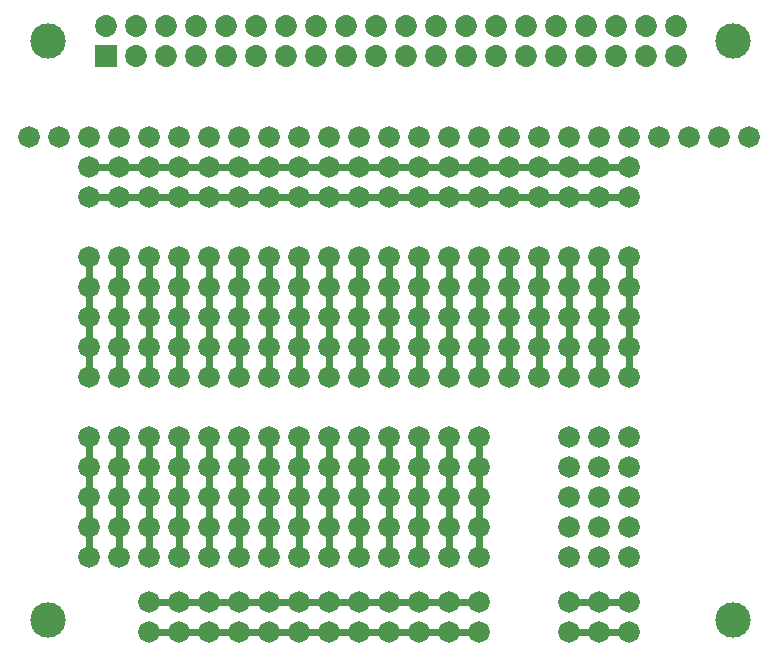
<source format=gbs>
G75*
%MOIN*%
%OFA0B0*%
%FSLAX24Y24*%
%IPPOS*%
%LPD*%
%AMOC8*
5,1,8,0,0,1.08239X$1,22.5*
%
%ADD10C,0.1182*%
%ADD11C,0.0240*%
%ADD12C,0.0730*%
%ADD13R,0.0730X0.0730*%
%ADD14C,0.0720*%
D10*
X001528Y001528D03*
X001528Y020819D03*
X024363Y020819D03*
X024363Y001528D03*
D11*
X020900Y001150D02*
X018900Y001150D01*
X018900Y002150D02*
X020900Y002150D01*
X015900Y002150D02*
X004900Y002150D01*
X004900Y001150D02*
X015900Y001150D01*
X015900Y003650D02*
X015900Y007650D01*
X014900Y007650D02*
X014900Y003650D01*
X013900Y003650D02*
X013900Y007650D01*
X012900Y007650D02*
X012900Y003650D01*
X011900Y003650D02*
X011900Y007650D01*
X010900Y007650D02*
X010900Y003650D01*
X009900Y003650D02*
X009900Y007650D01*
X008900Y007650D02*
X008900Y003650D01*
X007900Y003650D02*
X007900Y007650D01*
X006900Y007650D02*
X006900Y003650D01*
X005900Y003650D02*
X005900Y007650D01*
X004900Y007650D02*
X004900Y003650D01*
X003900Y003650D02*
X003900Y007650D01*
X002900Y007650D02*
X002900Y003650D01*
X002900Y009650D02*
X002900Y013650D01*
X003900Y013650D02*
X003900Y009650D01*
X004900Y009650D02*
X004900Y013650D01*
X005900Y013650D02*
X005900Y009650D01*
X006900Y009650D02*
X006900Y013650D01*
X007900Y013650D02*
X007900Y009650D01*
X008900Y009650D02*
X008900Y013650D01*
X009900Y013650D02*
X009900Y009650D01*
X010900Y009650D02*
X010900Y013650D01*
X011900Y013650D02*
X011900Y009650D01*
X012900Y009650D02*
X012900Y013650D01*
X013900Y013650D02*
X013900Y009650D01*
X014900Y009650D02*
X014900Y013650D01*
X015900Y013650D02*
X015900Y009650D01*
X016900Y009650D02*
X016900Y013650D01*
X017900Y013650D02*
X017900Y009650D01*
X018900Y009650D02*
X018900Y013650D01*
X019900Y013650D02*
X019900Y009650D01*
X020900Y009650D02*
X020900Y013650D01*
X020900Y015650D02*
X002900Y015650D01*
X002900Y016650D02*
X020900Y016650D01*
D12*
X020445Y020319D03*
X019445Y020319D03*
X018445Y020319D03*
X017445Y020319D03*
X016445Y020319D03*
X015445Y020319D03*
X014445Y020319D03*
X013445Y020319D03*
X012445Y020319D03*
X011445Y020319D03*
X010445Y020319D03*
X009445Y020319D03*
X008445Y020319D03*
X007445Y020319D03*
X006445Y020319D03*
X005445Y020319D03*
X004445Y020319D03*
X004445Y021319D03*
X003445Y021319D03*
X005445Y021319D03*
X006445Y021319D03*
X007445Y021319D03*
X008445Y021319D03*
X009445Y021319D03*
X010445Y021319D03*
X011445Y021319D03*
X012445Y021319D03*
X013445Y021319D03*
X014445Y021319D03*
X015445Y021319D03*
X016445Y021319D03*
X017445Y021319D03*
X018445Y021319D03*
X019445Y021319D03*
X020445Y021319D03*
X021445Y021319D03*
X022445Y021319D03*
X022445Y020319D03*
X021445Y020319D03*
D13*
X003445Y020319D03*
D14*
X003900Y017650D03*
X004900Y017650D03*
X004900Y016650D03*
X003900Y016650D03*
X003900Y015650D03*
X004900Y015650D03*
X005900Y015650D03*
X005900Y016650D03*
X005900Y017650D03*
X006900Y017650D03*
X006900Y016650D03*
X006900Y015650D03*
X007900Y015650D03*
X007900Y016650D03*
X007900Y017650D03*
X008900Y017650D03*
X008900Y016650D03*
X008900Y015650D03*
X009900Y015650D03*
X009900Y016650D03*
X009900Y017650D03*
X010900Y017650D03*
X011900Y017650D03*
X011900Y016650D03*
X010900Y016650D03*
X010900Y015650D03*
X011900Y015650D03*
X012900Y015650D03*
X012900Y016650D03*
X012900Y017650D03*
X013900Y017650D03*
X013900Y016650D03*
X013900Y015650D03*
X014900Y015650D03*
X014900Y016650D03*
X014900Y017650D03*
X015900Y017650D03*
X015900Y016650D03*
X015900Y015650D03*
X016900Y015650D03*
X016900Y016650D03*
X016900Y017650D03*
X017900Y017650D03*
X018900Y017650D03*
X018900Y016650D03*
X017900Y016650D03*
X017900Y015650D03*
X018900Y015650D03*
X019900Y015650D03*
X019900Y016650D03*
X019900Y017650D03*
X020900Y017650D03*
X020900Y016650D03*
X020900Y015650D03*
X021900Y017650D03*
X022900Y017650D03*
X023900Y017650D03*
X024900Y017650D03*
X020900Y013650D03*
X019900Y013650D03*
X018900Y013650D03*
X017900Y013650D03*
X016900Y013650D03*
X015900Y013650D03*
X014900Y013650D03*
X013900Y013650D03*
X012900Y013650D03*
X011900Y013650D03*
X010900Y013650D03*
X009900Y013650D03*
X008900Y013650D03*
X007900Y013650D03*
X006900Y013650D03*
X005900Y013650D03*
X004900Y013650D03*
X003900Y013650D03*
X002900Y013650D03*
X002900Y012650D03*
X002900Y011650D03*
X003900Y011650D03*
X004900Y011650D03*
X004900Y012650D03*
X003900Y012650D03*
X005900Y012650D03*
X005900Y011650D03*
X006900Y011650D03*
X006900Y012650D03*
X007900Y012650D03*
X007900Y011650D03*
X008900Y011650D03*
X008900Y012650D03*
X009900Y012650D03*
X009900Y011650D03*
X010900Y011650D03*
X011900Y011650D03*
X011900Y012650D03*
X010900Y012650D03*
X012900Y012650D03*
X012900Y011650D03*
X013900Y011650D03*
X013900Y012650D03*
X014900Y012650D03*
X014900Y011650D03*
X015900Y011650D03*
X015900Y012650D03*
X016900Y012650D03*
X016900Y011650D03*
X017900Y011650D03*
X018900Y011650D03*
X018900Y012650D03*
X017900Y012650D03*
X019900Y012650D03*
X019900Y011650D03*
X020900Y011650D03*
X020900Y012650D03*
X020900Y010650D03*
X020900Y009650D03*
X019900Y009650D03*
X019900Y010650D03*
X018900Y010650D03*
X017900Y010650D03*
X017900Y009650D03*
X018900Y009650D03*
X016900Y009650D03*
X016900Y010650D03*
X015900Y010650D03*
X015900Y009650D03*
X014900Y009650D03*
X014900Y010650D03*
X013900Y010650D03*
X013900Y009650D03*
X012900Y009650D03*
X012900Y010650D03*
X011900Y010650D03*
X010900Y010650D03*
X010900Y009650D03*
X011900Y009650D03*
X009900Y009650D03*
X009900Y010650D03*
X008900Y010650D03*
X008900Y009650D03*
X007900Y009650D03*
X007900Y010650D03*
X006900Y010650D03*
X006900Y009650D03*
X005900Y009650D03*
X005900Y010650D03*
X004900Y010650D03*
X003900Y010650D03*
X003900Y009650D03*
X004900Y009650D03*
X002900Y009650D03*
X002900Y010650D03*
X002900Y007650D03*
X003900Y007650D03*
X004900Y007650D03*
X005900Y007650D03*
X006900Y007650D03*
X007900Y007650D03*
X008900Y007650D03*
X009900Y007650D03*
X010900Y007650D03*
X011900Y007650D03*
X012900Y007650D03*
X013900Y007650D03*
X014900Y007650D03*
X015900Y007650D03*
X015900Y006650D03*
X015900Y005650D03*
X014900Y005650D03*
X014900Y006650D03*
X013900Y006650D03*
X013900Y005650D03*
X012900Y005650D03*
X012900Y006650D03*
X011900Y006650D03*
X010900Y006650D03*
X010900Y005650D03*
X011900Y005650D03*
X011900Y004650D03*
X010900Y004650D03*
X010900Y003650D03*
X011900Y003650D03*
X012900Y003650D03*
X012900Y004650D03*
X013900Y004650D03*
X013900Y003650D03*
X014900Y003650D03*
X014900Y004650D03*
X015900Y004650D03*
X015900Y003650D03*
X015900Y002150D03*
X015900Y001150D03*
X014900Y001150D03*
X014900Y002150D03*
X013900Y002150D03*
X013900Y001150D03*
X012900Y001150D03*
X012900Y002150D03*
X011900Y002150D03*
X010900Y002150D03*
X010900Y001150D03*
X011900Y001150D03*
X009900Y001150D03*
X009900Y002150D03*
X008900Y002150D03*
X008900Y001150D03*
X007900Y001150D03*
X007900Y002150D03*
X006900Y002150D03*
X006900Y001150D03*
X005900Y001150D03*
X005900Y002150D03*
X004900Y002150D03*
X004900Y001150D03*
X004900Y003650D03*
X003900Y003650D03*
X003900Y004650D03*
X004900Y004650D03*
X005900Y004650D03*
X005900Y003650D03*
X006900Y003650D03*
X006900Y004650D03*
X007900Y004650D03*
X007900Y003650D03*
X008900Y003650D03*
X008900Y004650D03*
X009900Y004650D03*
X009900Y003650D03*
X009900Y005650D03*
X009900Y006650D03*
X008900Y006650D03*
X008900Y005650D03*
X007900Y005650D03*
X007900Y006650D03*
X006900Y006650D03*
X006900Y005650D03*
X005900Y005650D03*
X005900Y006650D03*
X004900Y006650D03*
X003900Y006650D03*
X003900Y005650D03*
X004900Y005650D03*
X002900Y005650D03*
X002900Y006650D03*
X002900Y004650D03*
X002900Y003650D03*
X002900Y015650D03*
X002900Y016650D03*
X002900Y017650D03*
X001900Y017650D03*
X000900Y017650D03*
X018900Y007650D03*
X019900Y007650D03*
X020900Y007650D03*
X020900Y006650D03*
X020900Y005650D03*
X019900Y005650D03*
X019900Y006650D03*
X018900Y006650D03*
X018900Y005650D03*
X018900Y004650D03*
X018900Y003650D03*
X019900Y003650D03*
X019900Y004650D03*
X020900Y004650D03*
X020900Y003650D03*
X020900Y002150D03*
X020900Y001150D03*
X019900Y001150D03*
X019900Y002150D03*
X018900Y002150D03*
X018900Y001150D03*
M02*

</source>
